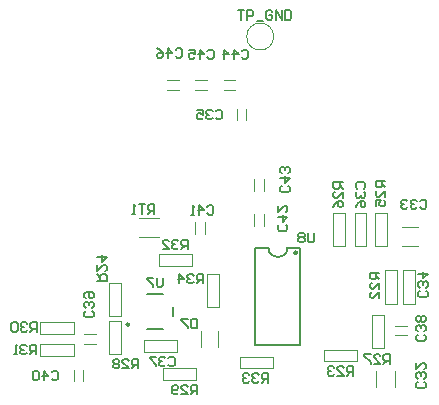
<source format=gbo>
G04*
G04 #@! TF.GenerationSoftware,Altium Limited,Altium Designer,23.3.1 (30)*
G04*
G04 Layer_Color=32896*
%FSLAX25Y25*%
%MOIN*%
G70*
G04*
G04 #@! TF.SameCoordinates,F1967EA3-8312-49A4-A2FB-0AE49F0FF499*
G04*
G04*
G04 #@! TF.FilePolarity,Positive*
G04*
G01*
G75*
%ADD11C,0.00787*%
%ADD13C,0.00394*%
%ADD17C,0.00591*%
%ADD119C,0.01000*%
D11*
X375197Y50433D02*
G03*
X381496Y50433I3150J0D01*
G01*
X385827Y18150D02*
Y50433D01*
X370866Y18150D02*
X385827D01*
X381496Y50433D02*
X385827D01*
X370866Y18150D02*
Y50433D01*
X375197D01*
X343307Y27558D02*
Y30708D01*
X334646Y23228D02*
X340158D01*
X334646Y35039D02*
X340158D01*
X364961Y129658D02*
X367060D01*
X366010D01*
Y126509D01*
X368109D02*
Y129658D01*
X369684D01*
X370208Y129133D01*
Y128083D01*
X369684Y127559D01*
X368109D01*
X371258Y125984D02*
X373357D01*
X376505Y129133D02*
X375981Y129658D01*
X374931D01*
X374406Y129133D01*
Y127034D01*
X374931Y126509D01*
X375981D01*
X376505Y127034D01*
Y128083D01*
X375456D01*
X377555Y126509D02*
Y129658D01*
X379654Y126509D01*
Y129658D01*
X380704D02*
Y126509D01*
X382278D01*
X382803Y127034D01*
Y129133D01*
X382278Y129658D01*
X380704D01*
D13*
X376930Y120866D02*
G03*
X376930Y120866I-4489J0D01*
G01*
X340158Y6299D02*
Y10236D01*
X351181D01*
Y6299D02*
Y10236D01*
X340158Y6299D02*
X351181D01*
X353937Y55118D02*
Y56102D01*
Y58071D02*
Y59055D01*
Y56102D02*
Y58071D01*
X350787Y55118D02*
Y59055D01*
X338583Y44488D02*
Y48425D01*
X349606D01*
Y44488D02*
Y48425D01*
X338583Y44488D02*
X349606D01*
X354724Y30709D02*
X358661D01*
X354724D02*
Y41732D01*
X358661D01*
Y30709D02*
Y41732D01*
X396850Y50938D02*
X400787D01*
X396850D02*
Y61961D01*
X400787D01*
Y50938D02*
Y61961D01*
X407874Y51181D02*
Y62205D01*
X403937D02*
X407874D01*
X403937Y51181D02*
Y62205D01*
Y51181D02*
X407874D01*
X410630Y62205D02*
X414567D01*
Y51181D02*
Y62205D01*
X410630Y51181D02*
X414567D01*
X410630D02*
Y62205D01*
X419685Y57284D02*
X425197D01*
X419685Y50985D02*
X425197D01*
X367717Y92913D02*
Y93898D01*
Y95866D02*
Y96850D01*
Y93898D02*
Y95866D01*
X364567Y92913D02*
Y96850D01*
X341339Y103091D02*
X345276D01*
X342323Y106240D02*
X344291D01*
X341339D02*
X342323D01*
X344291D02*
X345276D01*
X350787Y103091D02*
X354724D01*
X351772Y106240D02*
X353740D01*
X350787D02*
X351772D01*
X353740D02*
X354724D01*
X360236Y103091D02*
X364173D01*
X361221Y106240D02*
X363189D01*
X360236D02*
X361221D01*
X363189D02*
X364173D01*
X310236Y8858D02*
Y9843D01*
Y5906D02*
Y6890D01*
Y8858D01*
X313386Y5906D02*
Y9843D01*
X316580Y21654D02*
X317564D01*
X313627D02*
X314612D01*
X316580D01*
X313627Y18504D02*
X317564D01*
X299213Y14370D02*
Y18307D01*
X310236D01*
Y14370D02*
Y18307D01*
X299213Y14370D02*
X310236D01*
X322047Y14960D02*
X325984D01*
X322047D02*
Y25984D01*
X325984D01*
Y14960D02*
Y25984D01*
X299213Y21654D02*
Y25591D01*
X310236D01*
Y21654D02*
Y25591D01*
X299213Y21654D02*
X310236D01*
X370472Y72244D02*
Y73228D01*
Y69291D02*
Y70276D01*
Y72244D01*
X373622Y69291D02*
Y73228D01*
X370472Y60827D02*
Y61811D01*
Y57874D02*
Y58858D01*
Y60827D01*
X373622Y57874D02*
Y61811D01*
X393701Y12598D02*
Y16535D01*
X404724D01*
Y12598D02*
Y16535D01*
X393701Y12598D02*
X404724D01*
X417323Y3937D02*
Y9449D01*
X411024Y3937D02*
Y9449D01*
X414173Y31889D02*
X418110D01*
X414173D02*
Y42913D01*
X418110D01*
Y31889D02*
Y42913D01*
X424016Y31889D02*
Y42913D01*
X420079D02*
X424016D01*
X420079Y31889D02*
Y42913D01*
Y31889D02*
X424016D01*
X420276Y24409D02*
X421260D01*
X417323D02*
X418307D01*
X420276D01*
X417323Y21260D02*
X421260D01*
X409842Y16929D02*
X413779D01*
X409842D02*
Y27953D01*
X413779D01*
Y16929D02*
Y27953D01*
X376772Y10236D02*
Y14173D01*
X365748Y10236D02*
X376772D01*
X365748D02*
Y14173D01*
X376772D01*
X358268Y17323D02*
Y22835D01*
X352756Y17323D02*
Y22835D01*
X325984Y27559D02*
Y38583D01*
X322047D02*
X325984D01*
X322047Y27559D02*
Y38583D01*
Y27559D02*
X325984D01*
X332087Y53937D02*
X338779D01*
X332087Y60236D02*
X338779D01*
X333858Y15748D02*
Y19685D01*
X344882D01*
Y15748D02*
Y19685D01*
X333858Y15748D02*
X344882D01*
D17*
X390419Y55511D02*
Y52887D01*
X389894Y52363D01*
X388845D01*
X388320Y52887D01*
Y55511D01*
X387270Y54987D02*
X386746Y55511D01*
X385696D01*
X385172Y54987D01*
Y54462D01*
X385696Y53937D01*
X385172Y53412D01*
Y52887D01*
X385696Y52363D01*
X386746D01*
X387270Y52887D01*
Y53412D01*
X386746Y53937D01*
X387270Y54462D01*
Y54987D01*
X386746Y53937D02*
X385696D01*
X340025Y40551D02*
Y37927D01*
X339501Y37402D01*
X338451D01*
X337926Y37927D01*
Y40551D01*
X336877D02*
X334778D01*
Y40026D01*
X336877Y37927D01*
Y37402D01*
X337138Y61812D02*
Y64960D01*
X335564D01*
X335039Y64435D01*
Y63386D01*
X335564Y62861D01*
X337138D01*
X336088D02*
X335039Y61812D01*
X333989Y64960D02*
X331890D01*
X332940D01*
Y61812D01*
X330841D02*
X329791D01*
X330316D01*
Y64960D01*
X330841Y64435D01*
X353411Y38583D02*
Y41732D01*
X351836D01*
X351312Y41207D01*
Y40157D01*
X351836Y39633D01*
X353411D01*
X352361D02*
X351312Y38583D01*
X350262Y41207D02*
X349737Y41732D01*
X348688D01*
X348163Y41207D01*
Y40682D01*
X348688Y40157D01*
X349213D01*
X348688D01*
X348163Y39633D01*
Y39108D01*
X348688Y38583D01*
X349737D01*
X350262Y39108D01*
X345539Y38583D02*
Y41732D01*
X347113Y40157D01*
X345015D01*
X375064Y5512D02*
Y8661D01*
X373490D01*
X372965Y8136D01*
Y7087D01*
X373490Y6562D01*
X375064D01*
X374015D02*
X372965Y5512D01*
X371916Y8136D02*
X371391Y8661D01*
X370341D01*
X369817Y8136D01*
Y7611D01*
X370341Y7087D01*
X370866D01*
X370341D01*
X369817Y6562D01*
Y6037D01*
X370341Y5512D01*
X371391D01*
X371916Y6037D01*
X368767Y8136D02*
X368242Y8661D01*
X367193D01*
X366668Y8136D01*
Y7611D01*
X367193Y7087D01*
X367718D01*
X367193D01*
X366668Y6562D01*
Y6037D01*
X367193Y5512D01*
X368242D01*
X368767Y6037D01*
X348293Y50001D02*
Y53149D01*
X346718D01*
X346194Y52624D01*
Y51575D01*
X346718Y51050D01*
X348293D01*
X347243D02*
X346194Y50001D01*
X345144Y52624D02*
X344619Y53149D01*
X343570D01*
X343045Y52624D01*
Y52100D01*
X343570Y51575D01*
X344094D01*
X343570D01*
X343045Y51050D01*
Y50525D01*
X343570Y50001D01*
X344619D01*
X345144Y50525D01*
X339896Y50001D02*
X341995D01*
X339896Y52100D01*
Y52624D01*
X340421Y53149D01*
X341471D01*
X341995Y52624D01*
X297768Y14961D02*
Y18110D01*
X296194D01*
X295669Y17585D01*
Y16535D01*
X296194Y16011D01*
X297768D01*
X296718D02*
X295669Y14961D01*
X294619Y17585D02*
X294094Y18110D01*
X293045D01*
X292520Y17585D01*
Y17060D01*
X293045Y16535D01*
X293570D01*
X293045D01*
X292520Y16011D01*
Y15486D01*
X293045Y14961D01*
X294094D01*
X294619Y15486D01*
X291471Y14961D02*
X290421D01*
X290946D01*
Y18110D01*
X291471Y17585D01*
X297899Y22442D02*
Y25590D01*
X296325D01*
X295800Y25065D01*
Y24016D01*
X296325Y23491D01*
X297899D01*
X296849D02*
X295800Y22442D01*
X294750Y25065D02*
X294226Y25590D01*
X293176D01*
X292651Y25065D01*
Y24541D01*
X293176Y24016D01*
X293701D01*
X293176D01*
X292651Y23491D01*
Y22966D01*
X293176Y22442D01*
X294226D01*
X294750Y22966D01*
X291602Y25065D02*
X291077Y25590D01*
X290027D01*
X289503Y25065D01*
Y22966D01*
X290027Y22442D01*
X291077D01*
X291602Y22966D01*
Y25065D01*
X351442Y1575D02*
Y4724D01*
X349868D01*
X349343Y4199D01*
Y3150D01*
X349868Y2625D01*
X351442D01*
X350393D02*
X349343Y1575D01*
X346195D02*
X348294D01*
X346195Y3674D01*
Y4199D01*
X346719Y4724D01*
X347769D01*
X348294Y4199D01*
X345145Y2100D02*
X344620Y1575D01*
X343571D01*
X343046Y2100D01*
Y4199D01*
X343571Y4724D01*
X344620D01*
X345145Y4199D01*
Y3674D01*
X344620Y3150D01*
X343046D01*
X331757Y10237D02*
Y13385D01*
X330183D01*
X329658Y12861D01*
Y11811D01*
X330183Y11286D01*
X331757D01*
X330708D02*
X329658Y10237D01*
X326509D02*
X328609D01*
X326509Y12336D01*
Y12861D01*
X327034Y13385D01*
X328084D01*
X328609Y12861D01*
X325460D02*
X324935Y13385D01*
X323886D01*
X323361Y12861D01*
Y12336D01*
X323886Y11811D01*
X323361Y11286D01*
Y10762D01*
X323886Y10237D01*
X324935D01*
X325460Y10762D01*
Y11286D01*
X324935Y11811D01*
X325460Y12336D01*
Y12861D01*
X324935Y11811D02*
X323886D01*
X415615Y11812D02*
Y14960D01*
X414041D01*
X413516Y14435D01*
Y13386D01*
X414041Y12861D01*
X415615D01*
X414566D02*
X413516Y11812D01*
X410368D02*
X412467D01*
X410368Y13911D01*
Y14435D01*
X410893Y14960D01*
X411942D01*
X412467Y14435D01*
X409318Y14960D02*
X407219D01*
Y14435D01*
X409318Y12336D01*
Y11812D01*
X399999Y72308D02*
X396851D01*
Y70734D01*
X397376Y70209D01*
X398425D01*
X398950Y70734D01*
Y72308D01*
Y71259D02*
X399999Y70209D01*
Y67061D02*
Y69160D01*
X397900Y67061D01*
X397376D01*
X396851Y67585D01*
Y68635D01*
X397376Y69160D01*
X396851Y63912D02*
X397376Y64962D01*
X398425Y66011D01*
X399475D01*
X399999Y65486D01*
Y64437D01*
X399475Y63912D01*
X398950D01*
X398425Y64437D01*
Y66011D01*
X414173Y72702D02*
X411024D01*
Y71128D01*
X411549Y70603D01*
X412598D01*
X413123Y71128D01*
Y72702D01*
Y71653D02*
X414173Y70603D01*
Y67454D02*
Y69554D01*
X412074Y67454D01*
X411549D01*
X411024Y67979D01*
Y69029D01*
X411549Y69554D01*
X411024Y64306D02*
Y66405D01*
X412598D01*
X412074Y65355D01*
Y64831D01*
X412598Y64306D01*
X413648D01*
X414173Y64831D01*
Y65880D01*
X413648Y66405D01*
X318111Y39503D02*
X321259D01*
Y41077D01*
X320735Y41602D01*
X319685D01*
X319160Y41077D01*
Y39503D01*
Y40552D02*
X318111Y41602D01*
Y44750D02*
Y42651D01*
X320210Y44750D01*
X320735D01*
X321259Y44226D01*
Y43176D01*
X320735Y42651D01*
X318111Y47374D02*
X321259D01*
X319685Y45800D01*
Y47899D01*
X403411Y7875D02*
Y11023D01*
X401836D01*
X401312Y10498D01*
Y9449D01*
X401836Y8924D01*
X403411D01*
X402361D02*
X401312Y7875D01*
X398163D02*
X400262D01*
X398163Y9974D01*
Y10498D01*
X398688Y11023D01*
X399737D01*
X400262Y10498D01*
X397113D02*
X396589Y11023D01*
X395539D01*
X395015Y10498D01*
Y9974D01*
X395539Y9449D01*
X396064D01*
X395539D01*
X395015Y8924D01*
Y8399D01*
X395539Y7875D01*
X396589D01*
X397113Y8399D01*
X412204Y41993D02*
X409056D01*
Y40419D01*
X409580Y39894D01*
X410630D01*
X411155Y40419D01*
Y41993D01*
Y40944D02*
X412204Y39894D01*
Y36746D02*
Y38845D01*
X410105Y36746D01*
X409580D01*
X409056Y37271D01*
Y38320D01*
X409580Y38845D01*
X412204Y33597D02*
Y35696D01*
X410105Y33597D01*
X409580D01*
X409056Y34122D01*
Y35171D01*
X409580Y35696D01*
X351443Y26771D02*
Y23623D01*
X349868D01*
X349344Y24147D01*
Y26246D01*
X349868Y26771D01*
X351443D01*
X348294D02*
X346195D01*
Y26246D01*
X348294Y24147D01*
Y23623D01*
X344225Y116404D02*
X344750Y116929D01*
X345799D01*
X346324Y116404D01*
Y114305D01*
X345799Y113780D01*
X344750D01*
X344225Y114305D01*
X341601Y113780D02*
Y116929D01*
X343176Y115354D01*
X341076D01*
X337928Y116929D02*
X338977Y116404D01*
X340027Y115354D01*
Y114305D01*
X339502Y113780D01*
X338453D01*
X337928Y114305D01*
Y114830D01*
X338453Y115354D01*
X340027D01*
X354855Y116010D02*
X355380Y116535D01*
X356429D01*
X356954Y116010D01*
Y113911D01*
X356429Y113386D01*
X355380D01*
X354855Y113911D01*
X352231Y113386D02*
Y116535D01*
X353805Y114961D01*
X351706D01*
X348558Y116535D02*
X350657D01*
Y114961D01*
X349607Y115485D01*
X349082D01*
X348558Y114961D01*
Y113911D01*
X349082Y113386D01*
X350132D01*
X350657Y113911D01*
X366272Y116010D02*
X366797Y116535D01*
X367847D01*
X368371Y116010D01*
Y113911D01*
X367847Y113386D01*
X366797D01*
X366272Y113911D01*
X363649Y113386D02*
Y116535D01*
X365223Y114961D01*
X363124D01*
X360500Y113386D02*
Y116535D01*
X362074Y114961D01*
X359975D01*
X381758Y71129D02*
X382283Y70604D01*
Y69555D01*
X381758Y69030D01*
X379659D01*
X379134Y69555D01*
Y70604D01*
X379659Y71129D01*
X379134Y73753D02*
X382283D01*
X380709Y72179D01*
Y74278D01*
X381758Y75327D02*
X382283Y75852D01*
Y76902D01*
X381758Y77426D01*
X381233D01*
X380709Y76902D01*
Y76377D01*
Y76902D01*
X380184Y77426D01*
X379659D01*
X379134Y76902D01*
Y75852D01*
X379659Y75327D01*
X380971Y58137D02*
X381496Y57612D01*
Y56563D01*
X380971Y56038D01*
X378872D01*
X378347Y56563D01*
Y57612D01*
X378872Y58137D01*
X378347Y60761D02*
X381496D01*
X379921Y59187D01*
Y61286D01*
X378347Y64434D02*
Y62335D01*
X380446Y64434D01*
X380971D01*
X381496Y63910D01*
Y62860D01*
X380971Y62335D01*
X354724Y64042D02*
X355249Y64566D01*
X356298D01*
X356823Y64042D01*
Y61943D01*
X356298Y61418D01*
X355249D01*
X354724Y61943D01*
X352100Y61418D02*
Y64566D01*
X353674Y62992D01*
X351575D01*
X350526Y61418D02*
X349476D01*
X350001D01*
Y64566D01*
X350526Y64042D01*
X302887Y8924D02*
X303411Y9448D01*
X304461D01*
X304985Y8924D01*
Y6825D01*
X304461Y6300D01*
X303411D01*
X302887Y6825D01*
X300263Y6300D02*
Y9448D01*
X301837Y7874D01*
X299738D01*
X298688Y8924D02*
X298164Y9448D01*
X297114D01*
X296589Y8924D01*
Y6825D01*
X297114Y6300D01*
X298164D01*
X298688Y6825D01*
Y8924D01*
X316404Y29397D02*
X316929Y28872D01*
Y27823D01*
X316404Y27298D01*
X314305D01*
X313780Y27823D01*
Y28872D01*
X314305Y29397D01*
X316404Y30446D02*
X316929Y30971D01*
Y32021D01*
X316404Y32546D01*
X315879D01*
X315354Y32021D01*
Y31496D01*
Y32021D01*
X314830Y32546D01*
X314305D01*
X313780Y32021D01*
Y30971D01*
X314305Y30446D01*
Y33595D02*
X313780Y34120D01*
Y35169D01*
X314305Y35694D01*
X316404D01*
X316929Y35169D01*
Y34120D01*
X316404Y33595D01*
X315879D01*
X315354Y34120D01*
Y35694D01*
X427034Y21523D02*
X427559Y20998D01*
Y19949D01*
X427034Y19424D01*
X424935D01*
X424410Y19949D01*
Y20998D01*
X424935Y21523D01*
X427034Y22572D02*
X427559Y23097D01*
Y24147D01*
X427034Y24672D01*
X426509D01*
X425984Y24147D01*
Y23622D01*
Y24147D01*
X425459Y24672D01*
X424935D01*
X424410Y24147D01*
Y23097D01*
X424935Y22572D01*
X427034Y25721D02*
X427559Y26246D01*
Y27295D01*
X427034Y27820D01*
X426509D01*
X425984Y27295D01*
X425459Y27820D01*
X424935D01*
X424410Y27295D01*
Y26246D01*
X424935Y25721D01*
X425459D01*
X425984Y26246D01*
X426509Y25721D01*
X427034D01*
X425984Y26246D02*
Y27295D01*
X341863Y13648D02*
X342388Y14173D01*
X343437D01*
X343962Y13648D01*
Y11549D01*
X343437Y11024D01*
X342388D01*
X341863Y11549D01*
X340813Y13648D02*
X340288Y14173D01*
X339239D01*
X338714Y13648D01*
Y13123D01*
X339239Y12598D01*
X339764D01*
X339239D01*
X338714Y12074D01*
Y11549D01*
X339239Y11024D01*
X340288D01*
X340813Y11549D01*
X337665Y14173D02*
X335566D01*
Y13648D01*
X337665Y11549D01*
Y11024D01*
X404856Y70209D02*
X404331Y70734D01*
Y71784D01*
X404856Y72308D01*
X406955D01*
X407480Y71784D01*
Y70734D01*
X406955Y70209D01*
X404856Y69160D02*
X404331Y68635D01*
Y67585D01*
X404856Y67061D01*
X405381D01*
X405905Y67585D01*
Y68110D01*
Y67585D01*
X406430Y67061D01*
X406955D01*
X407480Y67585D01*
Y68635D01*
X406955Y69160D01*
X404331Y63912D02*
X404856Y64962D01*
X405905Y66011D01*
X406955D01*
X407480Y65486D01*
Y64437D01*
X406955Y63912D01*
X406430D01*
X405905Y64437D01*
Y66011D01*
X357611Y95931D02*
X358136Y96456D01*
X359185D01*
X359710Y95931D01*
Y93832D01*
X359185Y93308D01*
X358136D01*
X357611Y93832D01*
X356561Y95931D02*
X356037Y96456D01*
X354987D01*
X354462Y95931D01*
Y95407D01*
X354987Y94882D01*
X355512D01*
X354987D01*
X354462Y94357D01*
Y93832D01*
X354987Y93308D01*
X356037D01*
X356561Y93832D01*
X351314Y96456D02*
X353413D01*
Y94882D01*
X352363Y95407D01*
X351838D01*
X351314Y94882D01*
Y93832D01*
X351838Y93308D01*
X352888D01*
X353413Y93832D01*
X427821Y36090D02*
X428346Y35565D01*
Y34516D01*
X427821Y33991D01*
X425722D01*
X425197Y34516D01*
Y35565D01*
X425722Y36090D01*
X427821Y37139D02*
X428346Y37664D01*
Y38714D01*
X427821Y39239D01*
X427296D01*
X426772Y38714D01*
Y38189D01*
Y38714D01*
X426247Y39239D01*
X425722D01*
X425197Y38714D01*
Y37664D01*
X425722Y37139D01*
X425197Y41862D02*
X428346D01*
X426772Y40288D01*
Y42387D01*
X425721Y66010D02*
X426246Y66535D01*
X427295D01*
X427820Y66010D01*
Y63911D01*
X427295Y63386D01*
X426246D01*
X425721Y63911D01*
X424672Y66010D02*
X424147Y66535D01*
X423097D01*
X422573Y66010D01*
Y65485D01*
X423097Y64961D01*
X423622D01*
X423097D01*
X422573Y64436D01*
Y63911D01*
X423097Y63386D01*
X424147D01*
X424672Y63911D01*
X421523Y66010D02*
X420998Y66535D01*
X419949D01*
X419424Y66010D01*
Y65485D01*
X419949Y64961D01*
X420473D01*
X419949D01*
X419424Y64436D01*
Y63911D01*
X419949Y63386D01*
X420998D01*
X421523Y63911D01*
X427034Y5775D02*
X427559Y5250D01*
Y4201D01*
X427034Y3676D01*
X424935D01*
X424410Y4201D01*
Y5250D01*
X424935Y5775D01*
X427034Y6825D02*
X427559Y7349D01*
Y8399D01*
X427034Y8924D01*
X426509D01*
X425984Y8399D01*
Y7874D01*
Y8399D01*
X425459Y8924D01*
X424935D01*
X424410Y8399D01*
Y7349D01*
X424935Y6825D01*
X424410Y12072D02*
Y9973D01*
X426509Y12072D01*
X427034D01*
X427559Y11547D01*
Y10498D01*
X427034Y9973D01*
D119*
X384646Y48819D02*
G03*
X384646Y48819I-394J0D01*
G01*
X328740Y24802D02*
G03*
X328740Y24802I-394J0D01*
G01*
M02*

</source>
